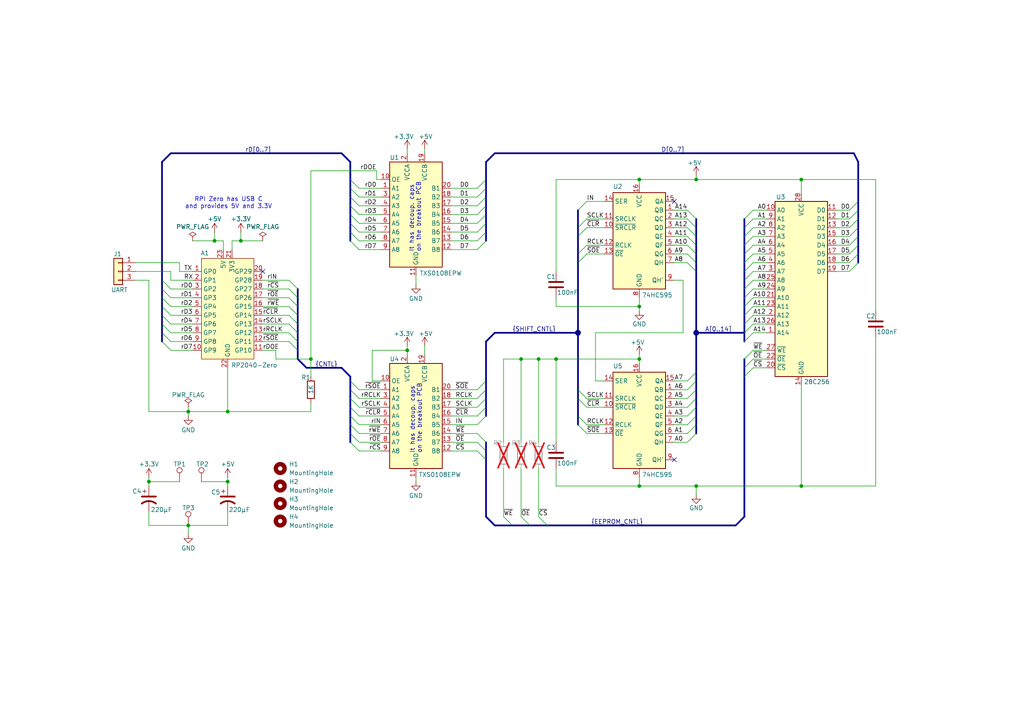
<source format=kicad_sch>
(kicad_sch (version 20231120) (generator "eeschema") (generator_version "8.0")
  (paper "A4")
  (title_block (title "AT28C256 USB Mass Storage") (date "2024-10-16") (rev "v4") (company "cabin.digital") (comment 2 "         creativecommons.org/licenses/by-sa/4.0") (comment 3 "License: CC BY-SA 4.0") (comment 4 "Author:  dweller@cabin.digtal"))
  (lib_symbols
    (symbol "74xx:74HC595"
      (property "Reference" "U" (at -7.62 13.97 0))
      (property "Value" "74HC595" (at -7.62 -16.51 0))
      (symbol "74HC595_1_0"
        (pin tri_state line (at 10.16 7.62 180) (length 2.54) (name "QB") (number "1"))
        (pin input line (at -10.16 2.54 0) (length 2.54) (name "~{SRCLR}") (number "10"))
        (pin input line (at -10.16 5.08 0) (length 2.54) (name "SRCLK") (number "11"))
        (pin input line (at -10.16 -2.54 0) (length 2.54) (name "RCLK") (number "12"))
        (pin input line (at -10.16 -5.08 0) (length 2.54) (name "~{OE}") (number "13"))
        (pin input line (at -10.16 10.16 0) (length 2.54) (name "SER") (number "14"))
        (pin tri_state line (at 10.16 10.16 180) (length 2.54) (name "QA") (number "15"))
        (pin power_in line (at 0 15.24 270) (length 2.54) (name "VCC") (number "16"))
        (pin tri_state line (at 10.16 5.08 180) (length 2.54) (name "QC") (number "2"))
        (pin tri_state line (at 10.16 2.54 180) (length 2.54) (name "QD") (number "3"))
        (pin tri_state line (at 10.16 0 180) (length 2.54) (name "QE") (number "4"))
        (pin tri_state line (at 10.16 -2.54 180) (length 2.54) (name "QF") (number "5"))
        (pin tri_state line (at 10.16 -5.08 180) (length 2.54) (name "QG") (number "6"))
        (pin tri_state line (at 10.16 -7.62 180) (length 2.54) (name "QH") (number "7"))
        (pin power_in line (at 0 -17.78 90) (length 2.54) (name "GND") (number "8"))
        (pin output line (at 10.16 -12.7 180) (length 2.54) (name "QH'") (number "9"))
      )
    )
    (symbol "Connector:TestPoint" (pin_numbers hide) (pin_names (offset 0.762) hide)
      (property "Reference" "TP" (at 0 6.858 0))
      (property "Value" "TestPoint" (at 0 5.08 0))
      (symbol "TestPoint_1_1"
        (pin passive line (at 0 0 90) (length 2.54) (name "1") (number "1"))
      )
    )
    (symbol "Connector_Generic:Conn_01x03" (pin_names (offset 1.016) hide)
      (property "Reference" "J" (at 0 5.08 0))
      (property "Value" "Conn_01x03" (at 0 -5.08 0))
      (symbol "Conn_01x03_1_1"
        (pin passive line (at -5.08 2.54 0) (length 3.81) (name "Pin_1") (number "1"))
        (pin passive line (at -5.08 0 0) (length 3.81) (name "Pin_2") (number "2"))
        (pin passive line (at -5.08 -2.54 0) (length 3.81) (name "Pin_3") (number "3"))
      )
    )
    (symbol "Device:C" (pin_numbers hide) (pin_names (offset 0.254))
      (property "Reference" "C" (at 0.635 2.54 0))
      (property "Value" "C" (at 0.635 -2.54 0))
      (symbol "C_1_1"
        (pin passive line (at 0 3.81 270) (length 2.794) (name "~") (number "1"))
        (pin passive line (at 0 -3.81 90) (length 2.794) (name "~") (number "2"))
      )
    )
    (symbol "Device:C_Polarized_US" (pin_numbers hide) (pin_names (offset 0.254) hide)
      (property "Reference" "C" (at 0.635 2.54 0))
      (property "Value" "C_Polarized_US" (at 0.635 -2.54 0))
      (symbol "C_Polarized_US_1_1"
        (pin passive line (at 0 3.81 270) (length 2.794) (name "~") (number "1"))
        (pin passive line (at 0 -3.81 90) (length 3.302) (name "~") (number "2"))
      )
    )
    (symbol "Device:R" (pin_numbers hide) (pin_names (offset 0))
      (property "Reference" "R" (at 2.032 0 90))
      (property "Value" "R" (at 0 0 90))
      (symbol "R_1_1"
        (pin passive line (at 0 3.81 270) (length 1.27) (name "~") (number "1"))
        (pin passive line (at 0 -3.81 90) (length 1.27) (name "~") (number "2"))
      )
    )
    (symbol "Logic_LevelTranslator:TXS0108EPW"
      (property "Reference" "U" (at -6.35 16.51 0))
      (property "Value" "TXS0108EPW" (at 3.81 16.51 0))
      (symbol "TXS0108EPW_1_1"
        (pin bidirectional line (at -10.16 7.62 0) (length 2.54) (name "A1") (number "1"))
        (pin input line (at -10.16 10.16 0) (length 2.54) (name "OE") (number "10"))
        (pin power_in line (at 0 -17.78 90) (length 2.54) (name "GND") (number "11"))
        (pin bidirectional line (at 10.16 -10.16 180) (length 2.54) (name "B8") (number "12"))
        (pin bidirectional line (at 10.16 -7.62 180) (length 2.54) (name "B7") (number "13"))
        (pin bidirectional line (at 10.16 -5.08 180) (length 2.54) (name "B6") (number "14"))
        (pin bidirectional line (at 10.16 -2.54 180) (length 2.54) (name "B5") (number "15"))
        (pin bidirectional line (at 10.16 0 180) (length 2.54) (name "B4") (number "16"))
        (pin bidirectional line (at 10.16 2.54 180) (length 2.54) (name "B3") (number "17"))
        (pin bidirectional line (at 10.16 5.08 180) (length 2.54) (name "B2") (number "18"))
        (pin power_in line (at 2.54 17.78 270) (length 2.54) (name "VCCB") (number "19"))
        (pin power_in line (at -2.54 17.78 270) (length 2.54) (name "VCCA") (number "2"))
        (pin bidirectional line (at 10.16 7.62 180) (length 2.54) (name "B1") (number "20"))
        (pin bidirectional line (at -10.16 5.08 0) (length 2.54) (name "A2") (number "3"))
        (pin bidirectional line (at -10.16 2.54 0) (length 2.54) (name "A3") (number "4"))
        (pin bidirectional line (at -10.16 0 0) (length 2.54) (name "A4") (number "5"))
        (pin bidirectional line (at -10.16 -2.54 0) (length 2.54) (name "A5") (number "6"))
        (pin bidirectional line (at -10.16 -5.08 0) (length 2.54) (name "A6") (number "7"))
        (pin bidirectional line (at -10.16 -7.62 0) (length 2.54) (name "A7") (number "8"))
        (pin bidirectional line (at -10.16 -10.16 0) (length 2.54) (name "A8") (number "9"))
      )
    )
    (symbol "Mechanical:MountingHole" (pin_names (offset 1.016)) (exclude_from_sim yes) (in_bom no)
      (property "Reference" "H" (at 0 5.08 0))
      (property "Value" "MountingHole" (at 0 3.175 0))
    )
    (symbol "Memory_EEPROM:28C256"
      (property "Reference" "U" (at -7.62 26.67 0))
      (property "Value" "28C256" (at 2.54 -26.67 0))
      (symbol "28C256_1_1"
        (pin input line (at -10.16 -12.7 0) (length 2.54) (name "A14") (number "1"))
        (pin input line (at -10.16 22.86 0) (length 2.54) (name "A0") (number "10"))
        (pin tri_state line (at 10.16 22.86 180) (length 2.54) (name "D0") (number "11"))
        (pin tri_state line (at 10.16 20.32 180) (length 2.54) (name "D1") (number "12"))
        (pin tri_state line (at 10.16 17.78 180) (length 2.54) (name "D2") (number "13"))
        (pin power_in line (at 0 -27.94 90) (length 2.54) (name "GND") (number "14"))
        (pin tri_state line (at 10.16 15.24 180) (length 2.54) (name "D3") (number "15"))
        (pin tri_state line (at 10.16 12.7 180) (length 2.54) (name "D4") (number "16"))
        (pin tri_state line (at 10.16 10.16 180) (length 2.54) (name "D5") (number "17"))
        (pin tri_state line (at 10.16 7.62 180) (length 2.54) (name "D6") (number "18"))
        (pin tri_state line (at 10.16 5.08 180) (length 2.54) (name "D7") (number "19"))
        (pin input line (at -10.16 -7.62 0) (length 2.54) (name "A12") (number "2"))
        (pin input line (at -10.16 -22.86 0) (length 2.54) (name "~{CS}") (number "20"))
        (pin input line (at -10.16 -2.54 0) (length 2.54) (name "A10") (number "21"))
        (pin input line (at -10.16 -20.32 0) (length 2.54) (name "~{OE}") (number "22"))
        (pin input line (at -10.16 -5.08 0) (length 2.54) (name "A11") (number "23"))
        (pin input line (at -10.16 0 0) (length 2.54) (name "A9") (number "24"))
        (pin input line (at -10.16 2.54 0) (length 2.54) (name "A8") (number "25"))
        (pin input line (at -10.16 -10.16 0) (length 2.54) (name "A13") (number "26"))
        (pin input line (at -10.16 -17.78 0) (length 2.54) (name "~{WE}") (number "27"))
        (pin power_in line (at 0 27.94 270) (length 2.54) (name "VCC") (number "28"))
        (pin input line (at -10.16 5.08 0) (length 2.54) (name "A7") (number "3"))
        (pin input line (at -10.16 7.62 0) (length 2.54) (name "A6") (number "4"))
        (pin input line (at -10.16 10.16 0) (length 2.54) (name "A5") (number "5"))
        (pin input line (at -10.16 12.7 0) (length 2.54) (name "A4") (number "6"))
        (pin input line (at -10.16 15.24 0) (length 2.54) (name "A3") (number "7"))
        (pin input line (at -10.16 17.78 0) (length 2.54) (name "A2") (number "8"))
        (pin input line (at -10.16 20.32 0) (length 2.54) (name "A1") (number "9"))
      )
    )
    (symbol "power:+3.3V" (power) (pin_numbers hide) (pin_names (offset 0) hide)
      (property "Value" "+3.3V" (at 0 3.556 0))
      (symbol "+3.3V_1_1"
        (pin power_in line (at 0 0 90) (length 0) (name "~") (number "1"))
      )
    )
    (symbol "power:+5V" (power) (pin_numbers hide) (pin_names (offset 0) hide)
      (property "Value" "+5V" (at 0 3.556 0))
      (symbol "+5V_1_1"
        (pin power_in line (at 0 0 90) (length 0) (name "~") (number "1"))
      )
    )
    (symbol "power:GND" (power) (pin_numbers hide) (pin_names (offset 0) hide)
      (property "Value" "GND" (at 0 -3.81 0))
      (symbol "GND_1_1"
        (pin power_in line (at 0 0 270) (length 0) (name "~") (number "1"))
      )
    )
    (symbol "power:PWR_FLAG" (power) (pin_numbers hide) (pin_names (offset 0) hide)
      (property "Value" "PWR_FLAG" (at 0 3.81 0))
      (symbol "PWR_FLAG_0_0"
        (pin power_out line (at 0 0 90) (length 0) (name "~") (number "1"))
      )
    )
    (symbol "solarboard_kbd:RP2040-Zero"
      (property "Reference" "A1" (at -7.874 15.494 0))
      (property "Value" "RP2040-Zero" (at 1.016 -17.018 0))
      (symbol "RP2040-Zero_1_1"
        (pin bidirectional line (at -10.16 10.16 0) (length 2.54) (name "GP0") (number "1"))
        (pin bidirectional line (at -10.16 -12.7 0) (length 2.54) (name "GP9") (number "10"))
        (pin bidirectional line (at 10.16 -12.7 180) (length 2.54) (name "GP10") (number "11"))
        (pin bidirectional line (at 10.16 -10.16 180) (length 2.54) (name "GP11") (number "12"))
        (pin bidirectional line (at 10.16 -7.62 180) (length 2.54) (name "GP12") (number "13"))
        (pin bidirectional line (at 10.16 -5.08 180) (length 2.54) (name "GP13") (number "14"))
        (pin bidirectional line (at 10.16 -2.54 180) (length 2.54) (name "GP14") (number "15"))
        (pin bidirectional line (at 10.16 0 180) (length 2.54) (name "GP15") (number "16"))
        (pin bidirectional line (at 10.16 2.54 180) (length 2.54) (name "GP26") (number "17"))
        (pin bidirectional line (at 10.16 5.08 180) (length 2.54) (name "GP27") (number "18"))
        (pin bidirectional line (at 10.16 7.62 180) (length 2.54) (name "GP28") (number "19"))
        (pin bidirectional line (at -10.16 7.62 0) (length 2.54) (name "GP1") (number "2"))
        (pin bidirectional line (at 10.16 10.16 180) (length 2.54) (name "GP29") (number "20"))
        (pin power_in line (at 1.27 16.51 270) (length 2.54) (name "3V3") (number "21"))
        (pin power_in line (at 0 -17.78 90) (length 2.54) (name "GND") (number "22"))
        (pin power_in line (at -1.27 16.51 270) (length 2.54) (name "5V") (number "23"))
        (pin bidirectional line (at -10.16 5.08 0) (length 2.54) (name "GP2") (number "3"))
        (pin bidirectional line (at -10.16 2.54 0) (length 2.54) (name "GP3") (number "4"))
        (pin bidirectional line (at -10.16 0 0) (length 2.54) (name "GP4") (number "5"))
        (pin bidirectional line (at -10.16 -2.54 0) (length 2.54) (name "GP5") (number "6"))
        (pin bidirectional line (at -10.16 -5.08 0) (length 2.54) (name "GP6") (number "7"))
        (pin bidirectional line (at -10.16 -7.62 0) (length 2.54) (name "GP7") (number "8"))
        (pin bidirectional line (at -10.16 -10.16 0) (length 2.54) (name "GP8") (number "9"))
      )
    )
  )
  (bus_alias "CNTL" (members "~{rCS}" "~{rOE}" "~{rWE}" "~{rCLR}" "rSCLK" "rRCLK" "~{rSOE}" "rIN"))
  (bus_alias "EEPROM_CNTL" (members "~{WE}" "~{OE}" "~{CS}"))
  (bus_alias "SHIFT_CNTL" (members "IN" "~{SOE}" "RCLK" "SCLK" "~{CLR}"))
  (junction (at 156.21 104.14))
  (junction (at 66.04 139.7))
  (junction (at 185.42 104.14))
  (junction (at 185.42 140.97))
  (junction (at 185.42 52.07))
  (junction (at 62.23 69.85))
  (junction (at 118.11 101.6))
  (junction (at 185.42 88.9))
  (junction (at 54.61 152.4))
  (junction (at 232.41 140.97))
  (junction (at 90.17 104.14))
  (junction (at 201.93 140.97))
  (junction (at 201.93 96.52) (diameter 1.5))
  (junction (at 151.13 104.14))
  (junction (at 201.93 52.07))
  (junction (at 43.18 139.7))
  (junction (at 69.85 69.85))
  (junction (at 232.41 52.07))
  (junction (at 66.04 119.38))
  (junction (at 161.29 104.14))
  (junction (at 54.61 119.38))
  (junction (at 167.64 96.52) (diameter 1.5))
  (no_connect (at 195.58 133.35))
  (no_connect (at 76.2 78.74))
  (no_connect (at 195.58 58.42))
  (bus_entry (at 215.9 63.5) (size 2.54 -2.54))
  (bus_entry (at 138.43 118.11) (size 2.54 -2.54))
  (bus_entry (at 140.97 130.81) (size -2.54 -2.54))
  (bus_entry (at 199.39 71.12) (size 2.54 2.54))
  (bus_entry (at 49.53 93.98) (size -2.54 -2.54))
  (bus_entry (at 170.18 123.19) (size -2.54 -2.54))
  (bus_entry (at 215.9 93.98) (size 2.54 -2.54))
  (bus_entry (at 199.39 63.5) (size 2.54 2.54))
  (bus_entry (at 104.14 130.81) (size -2.54 -2.54))
  (bus_entry (at 199.39 113.03) (size 2.54 -2.54))
  (bus_entry (at 170.18 125.73) (size -2.54 -2.54))
  (bus_entry (at 49.53 91.44) (size -2.54 -2.54))
  (bus_entry (at 246.38 68.58) (size 2.54 -2.54))
  (bus_entry (at 199.39 128.27) (size 2.54 -2.54))
  (bus_entry (at 138.43 115.57) (size 2.54 -2.54))
  (bus_entry (at 170.18 58.42) (size -2.54 2.54))
  (bus_entry (at 170.18 63.5) (size -2.54 2.54))
  (bus_entry (at 199.39 76.2) (size 2.54 2.54))
  (bus_entry (at 215.9 78.74) (size 2.54 -2.54))
  (bus_entry (at 140.97 133.35) (size -2.54 -2.54))
  (bus_entry (at 199.39 66.04) (size 2.54 2.54))
  (bus_entry (at 146.05 149.86) (size 2.54 2.54))
  (bus_entry (at 199.39 123.19) (size 2.54 -2.54))
  (bus_entry (at 215.9 66.04) (size 2.54 -2.54))
  (bus_entry (at 104.14 72.39) (size -2.54 -2.54))
  (bus_entry (at 49.53 99.06) (size -2.54 -2.54))
  (bus_entry (at 138.43 64.77) (size 2.54 -2.54))
  (bus_entry (at 215.9 96.52) (size 2.54 -2.54))
  (bus_entry (at 86.36 96.52) (size -2.54 -2.54))
  (bus_entry (at 86.36 83.82) (size -2.54 -2.54))
  (bus_entry (at 104.14 113.03) (size -2.54 -2.54))
  (bus_entry (at 49.53 86.36) (size -2.54 -2.54))
  (bus_entry (at 104.14 54.61) (size -2.54 -2.54))
  (bus_entry (at 151.13 149.86) (size 2.54 2.54))
  (bus_entry (at 104.14 120.65) (size -2.54 -2.54))
  (bus_entry (at 215.9 109.22) (size 2.54 -2.54))
  (bus_entry (at 104.14 125.73) (size -2.54 -2.54))
  (bus_entry (at 86.36 101.6) (size -2.54 -2.54))
  (bus_entry (at 140.97 128.27) (size -2.54 -2.54))
  (bus_entry (at 170.18 115.57) (size -2.54 -2.54))
  (bus_entry (at 86.36 91.44) (size -2.54 -2.54))
  (bus_entry (at 104.14 123.19) (size -2.54 -2.54))
  (bus_entry (at 215.9 91.44) (size 2.54 -2.54))
  (bus_entry (at 215.9 104.14) (size 2.54 -2.54))
  (bus_entry (at 215.9 81.28) (size 2.54 -2.54))
  (bus_entry (at 215.9 71.12) (size 2.54 -2.54))
  (bus_entry (at 246.38 73.66) (size 2.54 -2.54))
  (bus_entry (at 215.9 88.9) (size 2.54 -2.54))
  (bus_entry (at 104.14 115.57) (size -2.54 -2.54))
  (bus_entry (at 199.39 68.58) (size 2.54 2.54))
  (bus_entry (at 199.39 118.11) (size 2.54 -2.54))
  (bus_entry (at 49.53 88.9) (size -2.54 -2.54))
  (bus_entry (at 138.43 67.31) (size 2.54 -2.54))
  (bus_entry (at 246.38 71.12) (size 2.54 -2.54))
  (bus_entry (at 86.36 88.9) (size -2.54 -2.54))
  (bus_entry (at 49.53 101.6) (size -2.54 -2.54))
  (bus_entry (at 138.43 54.61) (size 2.54 -2.54))
  (bus_entry (at 156.21 149.86) (size 2.54 2.54))
  (bus_entry (at 246.38 63.5) (size 2.54 -2.54))
  (bus_entry (at 215.9 76.2) (size 2.54 -2.54))
  (bus_entry (at 138.43 57.15) (size 2.54 -2.54))
  (bus_entry (at 215.9 86.36) (size 2.54 -2.54))
  (bus_entry (at 138.43 120.65) (size 2.54 -2.54))
  (bus_entry (at 104.14 59.69) (size -2.54 -2.54))
  (bus_entry (at 170.18 71.12) (size -2.54 2.54))
  (bus_entry (at 104.14 57.15) (size -2.54 -2.54))
  (bus_entry (at 199.39 125.73) (size 2.54 -2.54))
  (bus_entry (at 170.18 73.66) (size -2.54 2.54))
  (bus_entry (at 170.18 118.11) (size -2.54 -2.54))
  (bus_entry (at 199.39 60.96) (size 2.54 2.54))
  (bus_entry (at 215.9 73.66) (size 2.54 -2.54))
  (bus_entry (at 104.14 64.77) (size -2.54 -2.54))
  (bus_entry (at 246.38 76.2) (size 2.54 -2.54))
  (bus_entry (at 215.9 106.68) (size 2.54 -2.54))
  (bus_entry (at 215.9 83.82) (size 2.54 -2.54))
  (bus_entry (at 215.9 99.06) (size 2.54 -2.54))
  (bus_entry (at 104.14 118.11) (size -2.54 -2.54))
  (bus_entry (at 104.14 69.85) (size -2.54 -2.54))
  (bus_entry (at 246.38 66.04) (size 2.54 -2.54))
  (bus_entry (at 86.36 99.06) (size -2.54 -2.54))
  (bus_entry (at 138.43 72.39) (size 2.54 -2.54))
  (bus_entry (at 246.38 78.74) (size 2.54 -2.54))
  (bus_entry (at 138.43 59.69) (size 2.54 -2.54))
  (bus_entry (at 104.14 128.27) (size -2.54 -2.54))
  (bus_entry (at 215.9 68.58) (size 2.54 -2.54))
  (bus_entry (at 138.43 113.03) (size 2.54 -2.54))
  (bus_entry (at 138.43 123.19) (size 2.54 -2.54))
  (bus_entry (at 199.39 110.49) (size 2.54 -2.54))
  (bus_entry (at 138.43 62.23) (size 2.54 -2.54))
  (bus_entry (at 86.36 93.98) (size -2.54 -2.54))
  (bus_entry (at 49.53 96.52) (size -2.54 -2.54))
  (bus_entry (at 199.39 73.66) (size 2.54 2.54))
  (bus_entry (at 138.43 69.85) (size 2.54 -2.54))
  (bus_entry (at 199.39 115.57) (size 2.54 -2.54))
  (bus_entry (at 104.14 67.31) (size -2.54 -2.54))
  (bus_entry (at 170.18 66.04) (size -2.54 2.54))
  (bus_entry (at 86.36 86.36) (size -2.54 -2.54))
  (bus_entry (at 49.53 83.82) (size -2.54 -2.54))
  (bus_entry (at 199.39 120.65) (size 2.54 -2.54))
  (bus_entry (at 246.38 60.96) (size 2.54 -2.54))
  (bus_entry (at 104.14 62.23) (size -2.54 -2.54))
  (wire (pts (xy 43.18 139.7) (xy 43.18 140.97)))
  (wire (pts (xy 76.2 81.28) (xy 83.82 81.28)))
  (bus (pts (xy 86.36 91.44) (xy 86.36 93.98)) (stroke (width 0.5)))
  (wire (pts (xy 161.29 52.07) (xy 161.29 78.74)))
  (wire (pts (xy 185.42 90.17) (xy 185.42 88.9)))
  (wire (pts (xy 199.39 66.04) (xy 195.58 66.04)))
  (bus (pts (xy 140.97 67.31) (xy 140.97 69.85)) (stroke (width 0.5)))
  (bus (pts (xy 248.92 60.96) (xy 248.92 63.5)) (stroke (width 0.5)))
  (bus (pts (xy 101.6 46.99) (xy 101.6 52.07)) (stroke (width 0.5)))
  (wire (pts (xy 110.49 69.85) (xy 104.14 69.85)))
  (bus (pts (xy 248.92 73.66) (xy 248.92 76.2)) (stroke (width 0.5)))
  (bus (pts (xy 248.92 66.04) (xy 248.92 68.58)) (stroke (width 0.5)))
  (wire (pts (xy 218.44 63.5) (xy 222.25 63.5)))
  (wire (pts (xy 185.42 140.97) (xy 185.42 138.43)))
  (wire (pts (xy 185.42 52.07) (xy 161.29 52.07)))
  (wire (pts (xy 130.81 62.23) (xy 138.43 62.23)))
  (wire (pts (xy 199.39 68.58) (xy 195.58 68.58)))
  (wire (pts (xy 76.2 96.52) (xy 83.82 96.52)))
  (bus (pts (xy 86.36 83.82) (xy 86.36 86.36)) (stroke (width 0.5)))
  (wire (pts (xy 218.44 81.28) (xy 222.25 81.28)))
  (wire (pts (xy 104.14 115.57) (xy 110.49 115.57)))
  (bus (pts (xy 140.97 113.03) (xy 140.97 115.57)) (stroke (width 0.5)))
  (wire (pts (xy 198.12 96.52) (xy 172.72 96.52)))
  (bus (pts (xy 101.6 109.22) (xy 101.6 110.49)) (stroke (width 0.5)))
  (wire (pts (xy 54.61 152.4) (xy 66.04 152.4)))
  (wire (pts (xy 104.14 130.81) (xy 110.49 130.81)))
  (wire (pts (xy 218.44 66.04) (xy 222.25 66.04)))
  (bus (pts (xy 101.6 123.19) (xy 101.6 125.73)) (stroke (width 0.5)))
  (wire (pts (xy 49.53 83.82) (xy 55.88 83.82)))
  (wire (pts (xy 118.11 101.6) (xy 118.11 102.87)))
  (wire (pts (xy 120.65 80.01) (xy 120.65 82.55)))
  (wire (pts (xy 76.2 93.98) (xy 83.82 93.98)))
  (bus (pts (xy 49.53 44.45) (xy 99.06 44.45)) (stroke (width 0.5)))
  (wire (pts (xy 185.42 104.14) (xy 161.29 104.14)))
  (wire (pts (xy 52.07 78.74) (xy 55.88 78.74)))
  (bus (pts (xy 99.06 44.45) (xy 101.6 46.99)) (stroke (width 0.5)))
  (wire (pts (xy 130.81 125.73) (xy 138.43 125.73)))
  (bus (pts (xy 148.59 152.4) (xy 153.67 152.4)) (stroke (width 0.5)))
  (wire (pts (xy 49.53 96.52) (xy 55.88 96.52)))
  (wire (pts (xy 90.17 49.53) (xy 90.17 104.14)))
  (bus (pts (xy 46.99 91.44) (xy 46.99 93.98)) (stroke (width 0.5)))
  (bus (pts (xy 143.51 44.45) (xy 247.65 44.45)) (stroke (width 0.5)))
  (wire (pts (xy 76.2 91.44) (xy 83.82 91.44)))
  (bus (pts (xy 101.6 113.03) (xy 101.6 115.57)) (stroke (width 0.5)))
  (bus (pts (xy 140.97 99.06) (xy 140.97 110.49)) (stroke (width 0.5)))
  (wire (pts (xy 218.44 93.98) (xy 222.25 93.98)))
  (wire (pts (xy 110.49 57.15) (xy 104.14 57.15)))
  (wire (pts (xy 110.49 59.69) (xy 104.14 59.69)))
  (bus (pts (xy 201.93 71.12) (xy 201.93 73.66)) (stroke (width 0.5)))
  (bus (pts (xy 201.93 76.2) (xy 201.93 78.74)) (stroke (width 0.5)))
  (bus (pts (xy 215.9 78.74) (xy 215.9 76.2)) (stroke (width 0.5)))
  (wire (pts (xy 201.93 143.51) (xy 201.93 140.97)))
  (bus (pts (xy 167.64 123.19) (xy 167.64 120.65)) (stroke (width 0.5)))
  (wire (pts (xy 170.18 118.11) (xy 175.26 118.11)))
  (wire (pts (xy 161.29 104.14) (xy 161.29 128.27)))
  (wire (pts (xy 130.81 54.61) (xy 138.43 54.61)))
  (wire (pts (xy 201.93 140.97) (xy 232.41 140.97)))
  (wire (pts (xy 104.14 125.73) (xy 110.49 125.73)))
  (wire (pts (xy 49.53 101.6) (xy 55.88 101.6)))
  (wire (pts (xy 43.18 139.7) (xy 52.07 139.7)))
  (wire (pts (xy 49.53 93.98) (xy 55.88 93.98)))
  (wire (pts (xy 110.49 54.61) (xy 104.14 54.61)))
  (bus (pts (xy 86.36 101.6) (xy 86.36 104.14)) (stroke (width 0.5)))
  (wire (pts (xy 130.81 64.77) (xy 138.43 64.77)))
  (wire (pts (xy 69.85 69.85) (xy 76.2 69.85)))
  (bus (pts (xy 86.36 104.14) (xy 88.9 106.68)) (stroke (width 0.5)))
  (wire (pts (xy 170.18 71.12) (xy 175.26 71.12)))
  (wire (pts (xy 218.44 76.2) (xy 222.25 76.2)))
  (wire (pts (xy 90.17 104.14) (xy 90.17 109.22)))
  (wire (pts (xy 39.37 78.74) (xy 49.53 78.74)))
  (bus (pts (xy 215.9 93.98) (xy 215.9 96.52)) (stroke (width 0.5)))
  (wire (pts (xy 185.42 52.07) (xy 185.42 53.34)))
  (bus (pts (xy 247.65 44.45) (xy 248.92 46.99)) (stroke (width 0.5)))
  (wire (pts (xy 218.44 78.74) (xy 222.25 78.74)))
  (wire (pts (xy 104.14 120.65) (xy 110.49 120.65)))
  (wire (pts (xy 130.81 57.15) (xy 138.43 57.15)))
  (wire (pts (xy 161.29 88.9) (xy 185.42 88.9)))
  (bus (pts (xy 167.64 76.2) (xy 167.64 96.52)) (stroke (width 0.5)))
  (bus (pts (xy 201.93 68.58) (xy 201.93 71.12)) (stroke (width 0.5)))
  (wire (pts (xy 130.81 115.57) (xy 138.43 115.57)))
  (bus (pts (xy 140.97 46.99) (xy 140.97 52.07)) (stroke (width 0.5)))
  (wire (pts (xy 110.49 110.49) (xy 107.95 110.49)))
  (wire (pts (xy 242.57 78.74) (xy 246.38 78.74)))
  (wire (pts (xy 218.44 96.52) (xy 222.25 96.52)))
  (bus (pts (xy 215.9 66.04) (xy 215.9 63.5)) (stroke (width 0.5)))
  (wire (pts (xy 43.18 152.4) (xy 54.61 152.4)))
  (wire (pts (xy 161.29 86.36) (xy 161.29 88.9)))
  (wire (pts (xy 170.18 115.57) (xy 175.26 115.57)))
  (bus (pts (xy 101.6 52.07) (xy 101.6 54.61)) (stroke (width 0.5)))
  (wire (pts (xy 198.12 81.28) (xy 198.12 96.52)))
  (bus (pts (xy 101.6 59.69) (xy 101.6 62.23)) (stroke (width 0.5)))
  (wire (pts (xy 199.39 110.49) (xy 195.58 110.49)))
  (bus (pts (xy 153.67 152.4) (xy 158.75 152.4)) (stroke (width 0.5)))
  (wire (pts (xy 199.39 115.57) (xy 195.58 115.57)))
  (wire (pts (xy 185.42 140.97) (xy 201.93 140.97)))
  (wire (pts (xy 67.31 69.85) (xy 69.85 69.85)))
  (bus (pts (xy 201.93 73.66) (xy 201.93 76.2)) (stroke (width 0.5)))
  (wire (pts (xy 130.81 67.31) (xy 138.43 67.31)))
  (wire (pts (xy 242.57 73.66) (xy 246.38 73.66)))
  (bus (pts (xy 46.99 83.82) (xy 46.99 86.36)) (stroke (width 0.5)))
  (wire (pts (xy 156.21 104.14) (xy 161.29 104.14)))
  (wire (pts (xy 43.18 119.38) (xy 54.61 119.38)))
  (bus (pts (xy 140.97 52.07) (xy 140.97 54.61)) (stroke (width 0.5)))
  (bus (pts (xy 201.93 96.52) (xy 201.93 107.95)) (stroke (width 0.5)))
  (wire (pts (xy 170.18 123.19) (xy 175.26 123.19)))
  (bus (pts (xy 101.6 57.15) (xy 101.6 59.69)) (stroke (width 0.5)))
  (wire (pts (xy 107.95 101.6) (xy 118.11 101.6)))
  (wire (pts (xy 49.53 86.36) (xy 55.88 86.36)))
  (wire (pts (xy 110.49 72.39) (xy 104.14 72.39)))
  (wire (pts (xy 151.13 135.89) (xy 151.13 149.86)))
  (bus (pts (xy 215.9 68.58) (xy 215.9 66.04)) (stroke (width 0.5)))
  (bus (pts (xy 215.9 104.14) (xy 215.9 106.68)) (stroke (width 0.5)))
  (wire (pts (xy 110.49 62.23) (xy 104.14 62.23)))
  (bus (pts (xy 158.75 152.4) (xy 213.36 152.4)) (stroke (width 0.5)))
  (bus (pts (xy 248.92 63.5) (xy 248.92 66.04)) (stroke (width 0.5)))
  (wire (pts (xy 199.39 71.12) (xy 195.58 71.12)))
  (bus (pts (xy 215.9 91.44) (xy 215.9 88.9)) (stroke (width 0.5)))
  (wire (pts (xy 66.04 139.7) (xy 66.04 140.97)))
  (wire (pts (xy 90.17 119.38) (xy 66.04 119.38)))
  (wire (pts (xy 151.13 128.27) (xy 151.13 104.14)))
  (wire (pts (xy 62.23 69.85) (xy 64.77 69.85)))
  (bus (pts (xy 101.6 120.65) (xy 101.6 123.19)) (stroke (width 0.5)))
  (wire (pts (xy 43.18 148.59) (xy 43.18 152.4)))
  (bus (pts (xy 215.9 86.36) (xy 215.9 83.82)) (stroke (width 0.5)))
  (wire (pts (xy 218.44 86.36) (xy 222.25 86.36)))
  (bus (pts (xy 86.36 96.52) (xy 86.36 99.06)) (stroke (width 0.5)))
  (bus (pts (xy 86.36 99.06) (xy 86.36 101.6)) (stroke (width 0.5)))
  (wire (pts (xy 146.05 135.89) (xy 146.05 149.86)))
  (bus (pts (xy 201.93 120.65) (xy 201.93 123.19)) (stroke (width 0.5)))
  (wire (pts (xy 232.41 140.97) (xy 232.41 111.76)))
  (bus (pts (xy 140.97 133.35) (xy 140.97 149.86)) (stroke (width 0.5)))
  (wire (pts (xy 199.39 76.2) (xy 195.58 76.2)))
  (wire (pts (xy 218.44 101.6) (xy 222.25 101.6)))
  (bus (pts (xy 140.97 99.06) (xy 143.51 96.52)) (stroke (width 0.5)))
  (bus (pts (xy 215.9 93.98) (xy 215.9 91.44)) (stroke (width 0.5)))
  (wire (pts (xy 161.29 140.97) (xy 185.42 140.97)))
  (bus (pts (xy 101.6 118.11) (xy 101.6 120.65)) (stroke (width 0.5)))
  (wire (pts (xy 130.81 72.39) (xy 138.43 72.39)))
  (wire (pts (xy 49.53 78.74) (xy 49.53 81.28)))
  (bus (pts (xy 143.51 96.52) (xy 167.64 96.52)) (stroke (width 0.5)))
  (wire (pts (xy 199.39 120.65) (xy 195.58 120.65)))
  (bus (pts (xy 101.6 110.49) (xy 101.6 113.03)) (stroke (width 0.5)))
  (bus (pts (xy 140.97 130.81) (xy 140.97 133.35)) (stroke (width 0.5)))
  (bus (pts (xy 46.99 93.98) (xy 46.99 96.52)) (stroke (width 0.5)))
  (wire (pts (xy 146.05 104.14) (xy 151.13 104.14)))
  (wire (pts (xy 80.01 104.14) (xy 90.17 104.14)))
  (wire (pts (xy 90.17 49.53) (xy 109.22 49.53)))
  (wire (pts (xy 130.81 120.65) (xy 138.43 120.65)))
  (wire (pts (xy 104.14 123.19) (xy 110.49 123.19)))
  (bus (pts (xy 88.9 106.68) (xy 99.06 106.68)) (stroke (width 0.5)))
  (bus (pts (xy 167.64 60.96) (xy 167.64 66.04)) (stroke (width 0.5)))
  (wire (pts (xy 218.44 73.66) (xy 222.25 73.66)))
  (bus (pts (xy 201.93 110.49) (xy 201.93 113.03)) (stroke (width 0.5)))
  (bus (pts (xy 167.64 115.57) (xy 167.64 120.65)) (stroke (width 0.5)))
  (bus (pts (xy 143.51 152.4) (xy 148.59 152.4)) (stroke (width 0.5)))
  (wire (pts (xy 54.61 118.11) (xy 54.61 119.38)))
  (wire (pts (xy 172.72 96.52) (xy 172.72 110.49)))
  (wire (pts (xy 254 97.79) (xy 254 140.97)))
  (wire (pts (xy 218.44 83.82) (xy 222.25 83.82)))
  (bus (pts (xy 140.97 128.27) (xy 140.97 130.81)) (stroke (width 0.5)))
  (bus (pts (xy 46.99 46.99) (xy 46.99 81.28)) (stroke (width 0.5)))
  (wire (pts (xy 130.81 128.27) (xy 138.43 128.27)))
  (wire (pts (xy 49.53 91.44) (xy 55.88 91.44)))
  (wire (pts (xy 104.14 118.11) (xy 110.49 118.11)))
  (wire (pts (xy 54.61 119.38) (xy 66.04 119.38)))
  (wire (pts (xy 195.58 81.28) (xy 198.12 81.28)))
  (wire (pts (xy 67.31 72.39) (xy 67.31 69.85)))
  (wire (pts (xy 199.39 60.96) (xy 195.58 60.96)))
  (wire (pts (xy 64.77 69.85) (xy 64.77 72.39)))
  (wire (pts (xy 170.18 66.04) (xy 175.26 66.04)))
  (wire (pts (xy 199.39 113.03) (xy 195.58 113.03)))
  (bus (pts (xy 215.9 71.12) (xy 215.9 68.58)) (stroke (width 0.5)))
  (wire (pts (xy 58.42 139.7) (xy 66.04 139.7)))
  (bus (pts (xy 201.93 113.03) (xy 201.93 115.57)) (stroke (width 0.5)))
  (wire (pts (xy 69.85 69.85) (xy 69.85 67.31)))
  (wire (pts (xy 201.93 52.07) (xy 232.41 52.07)))
  (wire (pts (xy 90.17 116.84) (xy 90.17 119.38)))
  (bus (pts (xy 215.9 109.22) (xy 215.9 149.86)) (stroke (width 0.5)))
  (bus (pts (xy 140.97 57.15) (xy 140.97 59.69)) (stroke (width 0.5)))
  (wire (pts (xy 130.81 69.85) (xy 138.43 69.85)))
  (wire (pts (xy 242.57 60.96) (xy 246.38 60.96)))
  (wire (pts (xy 66.04 119.38) (xy 66.04 106.68)))
  (wire (pts (xy 120.65 139.7) (xy 120.65 138.43)))
  (wire (pts (xy 156.21 135.89) (xy 156.21 149.86)))
  (wire (pts (xy 66.04 138.43) (xy 66.04 139.7)))
  (bus (pts (xy 201.93 66.04) (xy 201.93 68.58)) (stroke (width 0.5)))
  (bus (pts (xy 215.9 73.66) (xy 215.9 71.12)) (stroke (width 0.5)))
  (wire (pts (xy 43.18 138.43) (xy 43.18 139.7)))
  (wire (pts (xy 62.23 67.31) (xy 62.23 69.85)))
  (wire (pts (xy 76.2 83.82) (xy 83.82 83.82)))
  (wire (pts (xy 104.14 128.27) (xy 110.49 128.27)))
  (bus (pts (xy 201.93 107.95) (xy 201.93 110.49)) (stroke (width 0.5)))
  (wire (pts (xy 199.39 123.19) (xy 195.58 123.19)))
  (wire (pts (xy 118.11 43.18) (xy 118.11 44.45)))
  (bus (pts (xy 201.93 63.5) (xy 201.93 66.04)) (stroke (width 0.5)))
  (bus (pts (xy 101.6 62.23) (xy 101.6 64.77)) (stroke (width 0.5)))
  (bus (pts (xy 215.9 81.28) (xy 215.9 78.74)) (stroke (width 0.5)))
  (wire (pts (xy 242.57 66.04) (xy 246.38 66.04)))
  (wire (pts (xy 218.44 60.96) (xy 222.25 60.96)))
  (wire (pts (xy 199.39 63.5) (xy 195.58 63.5)))
  (wire (pts (xy 109.22 52.07) (xy 110.49 52.07)))
  (wire (pts (xy 218.44 104.14) (xy 222.25 104.14)))
  (wire (pts (xy 43.18 81.28) (xy 43.18 119.38)))
  (bus (pts (xy 215.9 86.36) (xy 215.9 88.9)) (stroke (width 0.5)))
  (bus (pts (xy 86.36 93.98) (xy 86.36 96.52)) (stroke (width 0.5)))
  (wire (pts (xy 66.04 148.59) (xy 66.04 152.4)))
  (bus (pts (xy 201.93 78.74) (xy 201.93 96.52)) (stroke (width 0.5)))
  (bus (pts (xy 46.99 96.52) (xy 46.99 99.06)) (stroke (width 0.5)))
  (wire (pts (xy 107.95 110.49) (xy 107.95 101.6)))
  (wire (pts (xy 199.39 125.73) (xy 195.58 125.73)))
  (wire (pts (xy 104.14 67.31) (xy 110.49 67.31)))
  (wire (pts (xy 80.01 101.6) (xy 80.01 104.14)))
  (bus (pts (xy 215.9 149.86) (xy 213.36 152.4)) (stroke (width 0.5)))
  (wire (pts (xy 199.39 118.11) (xy 195.58 118.11)))
  (wire (pts (xy 43.18 81.28) (xy 39.37 81.28)))
  (bus (pts (xy 140.97 64.77) (xy 140.97 67.31)) (stroke (width 0.5)))
  (bus (pts (xy 140.97 118.11) (xy 140.97 120.65)) (stroke (width 0.5)))
  (wire (pts (xy 242.57 68.58) (xy 246.38 68.58)))
  (wire (pts (xy 218.44 88.9) (xy 222.25 88.9)))
  (bus (pts (xy 215.9 96.52) (xy 215.9 99.06)) (stroke (width 0.5)))
  (bus (pts (xy 140.97 115.57) (xy 140.97 118.11)) (stroke (width 0.5)))
  (bus (pts (xy 215.9 83.82) (xy 215.9 81.28)) (stroke (width 0.5)))
  (bus (pts (xy 101.6 54.61) (xy 101.6 57.15)) (stroke (width 0.5)))
  (wire (pts (xy 170.18 125.73) (xy 175.26 125.73)))
  (wire (pts (xy 130.81 118.11) (xy 138.43 118.11)))
  (bus (pts (xy 248.92 46.99) (xy 248.92 58.42)) (stroke (width 0.5)))
  (wire (pts (xy 185.42 102.87) (xy 185.42 104.14)))
  (wire (pts (xy 170.18 73.66) (xy 175.26 73.66)))
  (bus (pts (xy 86.36 88.9) (xy 86.36 91.44)) (stroke (width 0.5)))
  (bus (pts (xy 215.9 76.2) (xy 215.9 73.66)) (stroke (width 0.5)))
  (bus (pts (xy 167.64 73.66) (xy 167.64 76.2)) (stroke (width 0.5)))
  (wire (pts (xy 185.42 104.14) (xy 185.42 105.41)))
  (bus (pts (xy 46.99 81.28) (xy 46.99 83.82)) (stroke (width 0.5)))
  (wire (pts (xy 156.21 104.14) (xy 156.21 128.27)))
  (wire (pts (xy 55.88 69.85) (xy 62.23 69.85)))
  (wire (pts (xy 49.53 88.9) (xy 55.88 88.9)))
  (wire (pts (xy 232.41 52.07) (xy 232.41 55.88)))
  (wire (pts (xy 170.18 58.42) (xy 175.26 58.42)))
  (bus (pts (xy 101.6 64.77) (xy 101.6 67.31)) (stroke (width 0.5)))
  (bus (pts (xy 248.92 71.12) (xy 248.92 73.66)) (stroke (width 0.5)))
  (bus (pts (xy 248.92 68.58) (xy 248.92 71.12)) (stroke (width 0.5)))
  (wire (pts (xy 130.81 59.69) (xy 138.43 59.69)))
  (wire (pts (xy 185.42 52.07) (xy 201.93 52.07)))
  (wire (pts (xy 123.19 100.33) (xy 123.19 102.87)))
  (bus (pts (xy 201.93 118.11) (xy 201.93 120.65)) (stroke (width 0.5)))
  (bus (pts (xy 46.99 86.36) (xy 46.99 88.9)) (stroke (width 0.5)))
  (bus (pts (xy 215.9 106.68) (xy 215.9 109.22)) (stroke (width 0.5)))
  (wire (pts (xy 242.57 76.2) (xy 246.38 76.2)))
  (wire (pts (xy 130.81 123.19) (xy 138.43 123.19)))
  (bus (pts (xy 143.51 44.45) (xy 140.97 46.99)) (stroke (width 0.5)))
  (wire (pts (xy 76.2 99.06) (xy 83.82 99.06)))
  (wire (pts (xy 242.57 63.5) (xy 246.38 63.5)))
  (wire (pts (xy 130.81 130.81) (xy 138.43 130.81)))
  (bus (pts (xy 101.6 67.31) (xy 101.6 69.85)) (stroke (width 0.5)))
  (wire (pts (xy 49.53 99.06) (xy 55.88 99.06)))
  (wire (pts (xy 218.44 106.68) (xy 222.25 106.68)))
  (wire (pts (xy 218.44 71.12) (xy 222.25 71.12)))
  (wire (pts (xy 52.07 76.2) (xy 52.07 78.74)))
  (wire (pts (xy 161.29 135.89) (xy 161.29 140.97)))
  (bus (pts (xy 86.36 86.36) (xy 86.36 88.9)) (stroke (width 0.5)))
  (bus (pts (xy 140.97 59.69) (xy 140.97 62.23)) (stroke (width 0.5)))
  (wire (pts (xy 104.14 113.03) (xy 110.49 113.03)))
  (wire (pts (xy 201.93 50.8) (xy 201.93 52.07)))
  (bus (pts (xy 248.92 58.42) (xy 248.92 60.96)) (stroke (width 0.5)))
  (wire (pts (xy 199.39 128.27) (xy 195.58 128.27)))
  (bus (pts (xy 140.97 149.86) (xy 143.51 152.4)) (stroke (width 0.5)))
  (bus (pts (xy 140.97 62.23) (xy 140.97 64.77)) (stroke (width 0.5)))
  (wire (pts (xy 76.2 88.9) (xy 83.82 88.9)))
  (bus (pts (xy 167.64 66.04) (xy 167.64 68.58)) (stroke (width 0.5)))
  (wire (pts (xy 118.11 100.33) (xy 118.11 101.6)))
  (wire (pts (xy 54.61 152.4) (xy 54.61 154.94)))
  (wire (pts (xy 49.53 81.28) (xy 55.88 81.28)))
  (bus (pts (xy 140.97 54.61) (xy 140.97 57.15)) (stroke (width 0.5)))
  (bus (pts (xy 99.06 106.68) (xy 101.6 109.22)) (stroke (width 0.5)))
  (wire (pts (xy 76.2 86.36) (xy 83.82 86.36)))
  (wire (pts (xy 254 140.97) (xy 232.41 140.97)))
  (wire (pts (xy 54.61 120.65) (xy 54.61 119.38)))
  (bus (pts (xy 101.6 125.73) (xy 101.6 128.27)) (stroke (width 0.5)))
  (bus (pts (xy 167.64 96.52) (xy 167.64 113.03)) (stroke (width 0.5)))
  (wire (pts (xy 123.19 43.18) (xy 123.19 44.45)))
  (bus (pts (xy 201.93 115.57) (xy 201.93 118.11)) (stroke (width 0.5)))
  (wire (pts (xy 146.05 104.14) (xy 146.05 128.27)))
  (bus (pts (xy 201.93 123.19) (xy 201.93 125.73)) (stroke (width 0.5)))
  (wire (pts (xy 170.18 63.5) (xy 175.26 63.5)))
  (wire (pts (xy 39.37 76.2) (xy 52.07 76.2)))
  (wire (pts (xy 185.42 88.9) (xy 185.42 86.36)))
  (bus (pts (xy 167.64 115.57) (xy 167.64 113.03)) (stroke (width 0.5)))
  (bus (pts (xy 167.64 68.58) (xy 167.64 73.66)) (stroke (width 0.5)))
  (bus (pts (xy 140.97 110.49) (xy 140.97 113.03)) (stroke (width 0.5)))
  (bus (pts (xy 101.6 115.57) (xy 101.6 118.11)) (stroke (width 0.5)))
  (bus (pts (xy 46.99 88.9) (xy 46.99 91.44)) (stroke (width 0.5)))
  (wire (pts (xy 151.13 104.14) (xy 156.21 104.14)))
  (wire (pts (xy 76.2 101.6) (xy 80.01 101.6)))
  (wire (pts (xy 232.41 52.07) (xy 254 52.07)))
  (wire (pts (xy 218.44 68.58) (xy 222.25 68.58)))
  (wire (pts (xy 110.49 64.77) (xy 104.14 64.77)))
  (bus (pts (xy 201.93 96.52) (xy 215.9 96.52)) (stroke (width 0.5)))
  (wire (pts (xy 242.57 71.12) (xy 246.38 71.12)))
  (bus (pts (xy 49.53 44.45) (xy 46.99 46.99)) (stroke (width 0.5)))
  (wire (pts (xy 254 52.07) (xy 254 90.17)))
  (wire (pts (xy 109.22 49.53) (xy 109.22 52.07)))
  (wire (pts (xy 172.72 110.49) (xy 175.26 110.49)))
  (wire (pts (xy 218.44 91.44) (xy 222.25 91.44)))
  (wire (pts (xy 130.81 113.03) (xy 138.43 113.03)))
  (wire (pts (xy 199.39 73.66) (xy 195.58 73.66)))
  (text "RPI Zero has USB C\nand provides 5V and 3.3V" (at 66.294 58.928 0) (effects (font (size 1.27 1.27))))
  (text "It has decoup. caps\non the breakout PCB" (at 122.428 131.572 90) (effects (font (size 1.27 1.27)) (justify left bottom)))
  (text "It has decoup. caps\non the breakout PCB" (at 122.174 73.152 90) (effects (font (size 1.27 1.27)) (justify left bottom)))
  (label "~{rWE}" (at 110.49 125.73 180))
  (label "D3" (at 243.84 68.58 0))
  (label "D6" (at 243.84 76.2 0))
  (label "~{rSOE}" (at 76.2 99.06 0))
  (label "rD7" (at 55.88 101.6 180))
  (label "D3" (at 133.35 62.23 0))
  (label "RX" (at 53.34 81.28 0))
  (label "A14" (at 218.44 96.52 0))
  (label "D7" (at 243.84 78.74 0))
  (label "~{CLR}" (at 170.18 118.11 0))
  (label "~{SOE}" (at 170.18 73.66 0))
  (label "rD7" (at 109.22 72.39 180))
  (label "D2" (at 133.35 59.69 0))
  (label "A3" (at 198.12 120.65 180))
  (label "rD5" (at 109.22 67.31 180))
  (label "~{WE}" (at 218.44 101.6 0))
  (label "A4" (at 219.71 71.12 0))
  (label "rD[0..7]" (at 71.12 44.45 0))
  (label "A12" (at 199.39 66.04 180))
  (label "{CNTL}" (at 91.44 106.68 0))
  (label "A[0..14]" (at 204.47 96.52 0))
  (label "A0" (at 198.12 128.27 180))
  (label "A5" (at 198.12 115.57 180))
  (label "rD5" (at 55.88 96.52 180))
  (label "A1" (at 198.12 125.73 180))
  (label "rD0" (at 109.22 54.61 180))
  (label "rD4" (at 55.88 93.98 180))
  (label "A12" (at 218.44 91.44 0))
  (label "~{CLR}" (at 132.08 120.65 0))
  (label "A7" (at 198.12 110.49 180))
  (label "rD1" (at 109.22 57.15 180))
  (label "A2" (at 198.12 123.19 180))
  (label "D0" (at 243.84 60.96 0))
  (label "D4" (at 133.35 64.77 0))
  (label "~{SOE}" (at 132.08 113.03 0))
  (label "rDOE" (at 76.2 101.6 0))
  (label "rRCLK" (at 110.49 115.57 180))
  (label "A9" (at 219.71 83.82 0))
  (label "TX" (at 53.34 78.74 0))
  (label "D4" (at 243.84 71.12 0))
  (label "rD2" (at 55.88 88.9 180))
  (label "D7" (at 133.35 72.39 0))
  (label "IN" (at 132.08 123.19 0))
  (label "rDOE" (at 109.22 49.53 180))
  (label "A8" (at 198.12 76.2 180))
  (label "SCLK" (at 170.18 115.57 0))
  (label "rRCLK" (at 76.2 96.52 0))
  (label "rSCLK" (at 76.2 93.98 0))
  (label "RCLK" (at 170.18 71.12 0))
  (label "~{rCLR}" (at 76.2 91.44 0))
  (label "A14" (at 199.39 60.96 180))
  (label "D0" (at 133.35 54.61 0))
  (label "~{rCLR}" (at 110.49 120.65 180))
  (label "D5" (at 243.84 73.66 0))
  (label "A1" (at 219.71 63.5 0))
  (label "~{rCS}" (at 77.47 83.82 0))
  (label "~{CLR}" (at 170.18 66.04 0))
  (label "A9" (at 198.12 73.66 180))
  (label "RCLK" (at 132.08 115.57 0))
  (label "~{WE}" (at 146.05 149.86 0))
  (label "A4" (at 198.12 118.11 180))
  (label "A3" (at 219.71 68.58 0))
  (label "rD3" (at 55.88 91.44 180))
  (label "A8" (at 219.71 81.28 0))
  (label "RCLK" (at 170.18 123.19 0))
  (label "~{CS}" (at 156.21 149.86 0))
  (label "A6" (at 198.12 113.03 180))
  (label "~{OE}" (at 218.44 104.14 0))
  (label "rD3" (at 109.22 62.23 180))
  (label "SCLK" (at 170.18 63.5 0))
  (label "~{OE}" (at 132.08 128.27 0))
  (label "rD2" (at 109.22 59.69 180))
  (label "A10" (at 218.44 86.36 0))
  (label "D1" (at 133.35 57.15 0))
  (label "~{rOE}" (at 77.47 86.36 0))
  (label "~{rOE}" (at 110.49 128.27 180))
  (label "{SHIFT_CNTL}" (at 148.59 96.52 0))
  (label "{EEPROM_CNTL}" (at 171.45 152.4 0))
  (label "~{rWE}" (at 77.47 88.9 0))
  (label "rD6" (at 109.22 69.85 180))
  (label "rD1" (at 55.88 86.36 180))
  (label "SCLK" (at 132.08 118.11 0))
  (label "A6" (at 219.71 76.2 0))
  (label "A7" (at 219.71 78.74 0))
  (label "rD6" (at 55.88 99.06 180))
  (label "~{SOE}" (at 170.18 125.73 0))
  (label "~{rSOE}" (at 110.49 113.03 180))
  (label "A10" (at 199.39 71.12 180))
  (label "A11" (at 199.39 68.58 180))
  (label "~{rCS}" (at 110.49 130.81 180))
  (label "D2" (at 243.84 66.04 0))
  (label "rIN" (at 77.47 81.28 0))
  (label "D6" (at 133.35 69.85 0))
  (label "rD0" (at 55.88 83.82 180))
  (label "A13" (at 199.39 63.5 180))
  (label "A11" (at 218.44 88.9 0))
  (label "~{CS}" (at 132.08 130.81 0))
  (label "~{CS}" (at 218.44 106.68 0))
  (label "rIN" (at 110.49 123.19 180))
  (label "D5" (at 133.35 67.31 0))
  (label "~{WE}" (at 132.08 125.73 0))
  (label "A13" (at 218.44 93.98 0))
  (label "A2" (at 219.71 66.04 0))
  (label "D1" (at 243.84 63.5 0))
  (label "rD4" (at 109.22 64.77 180))
  (label "A0" (at 219.71 60.96 0))
  (label "rSCLK" (at 110.49 118.11 180))
  (label "D[0..7]" (at 191.77 44.45 0))
  (label "IN" (at 170.18 58.42 0))
  (label "A5" (at 219.71 73.66 0))
  (label "~{OE}" (at 151.13 149.86 0))
  (symbol (lib_id "solarboard_kbd:RP2040-Zero") (at 66.04 88.9 0) (unit 1)
    (property "Reference" "A1" (at 58.166 73.406 0) (effects (justify left)))
    (property "Value" "RP2040-Zero" (at 67.056 105.918 0) (effects (justify left)))
    (property "Footprint" "eeprom2blk:RP2040-Zero" (effects (hide yes)))
    (property "Datasheet" "https://www.waveshare.com/wiki/RP2040-Zero" (effects (hide yes)))
  )
  (symbol (lib_id "power:PWR_FLAG") (at 55.88 69.85 0) (unit 1)
    (property "Reference" "#FLG01" (effects (hide yes)))
    (property "Value" "PWR_FLAG" (at 55.88 65.786 0))
    (property "Description" "Special symbol for telling ERC where power comes from" (effects (hide yes)))
  )
  (symbol (lib_id "power:GND") (at 54.61 120.65 0) (unit 1)
    (property "Reference" "#PWR011" (effects (hide yes)))
    (property "Value" "GND" (at 54.61 124.714 0))
    (property "Description" "Power symbol creates a global label with name \"GND\" , ground" (effects (hide yes)))
  )
  (symbol (lib_id "Connector:TestPoint") (at 52.07 139.7 0) (unit 1)
    (property "Reference" "TP1" (at 50.292 134.62 0) (effects (justify left)))
    (property "Value" "+3.3V" (effects (hide yes)))
    (property "Footprint" "TestPoint:TestPoint_Pad_D2.5mm" (effects (hide yes)))
    (property "Description" "test point" (effects (hide yes)))
  )
  (symbol (lib_id "Device:R") (at 146.05 132.08 0) (unit 1) (dnp yes)
    (property "Reference" "R2" (at 143.002 128.524 0) (effects (justify left)))
    (property "Value" "1K" (at 146.05 133.35 90) (effects (justify left)))
    (property "Footprint" "Resistor_THT:R_Axial_DIN0204_L3.6mm_D1.6mm_P5.08mm_Horizontal" (effects (hide yes)))
    (property "Description" "Resistor" (effects (hide yes)))
  )
  (symbol (lib_id "Device:R") (at 156.21 132.08 0) (unit 1) (dnp yes)
    (property "Reference" "R4" (at 153.162 128.524 0) (effects (justify left)))
    (property "Value" "1K" (at 156.21 133.35 90) (effects (justify left)))
    (property "Footprint" "Resistor_THT:R_Axial_DIN0204_L3.6mm_D1.6mm_P5.08mm_Horizontal" (effects (hide yes)))
    (property "Description" "Resistor" (effects (hide yes)))
  )
  (symbol (lib_id "Mechanical:MountingHole") (at 81.28 146.05 0) (unit 1) (exclude_from_sim yes) (in_bom no)
    (property "Reference" "H3" (at 83.82 144.7799 0) (effects (justify left)))
    (property "Value" "MountingHole" (at 83.82 147.3199 0) (effects (justify left)))
    (property "Footprint" "MountingHole:MountingHole_2.7mm_M2.5" (effects (hide yes)))
    (property "Description" "Mounting Hole without connection" (effects (hide yes)))
  )
  (symbol (lib_id "power:GND") (at 120.65 139.7 0) (unit 1)
    (property "Reference" "#PWR014" (effects (hide yes)))
    (property "Value" "GND" (at 120.65 143.764 0))
    (property "Description" "Power symbol creates a global label with name \"GND\" , ground" (effects (hide yes)))
  )
  (symbol (lib_id "Mechanical:MountingHole") (at 81.28 135.89 0) (unit 1) (exclude_from_sim yes) (in_bom no)
    (property "Reference" "H1" (at 83.82 134.6199 0) (effects (justify left)))
    (property "Value" "MountingHole" (at 83.82 137.1599 0) (effects (justify left)))
    (property "Footprint" "MountingHole:MountingHole_2.7mm_M2.5" (effects (hide yes)))
    (property "Description" "Mounting Hole without connection" (effects (hide yes)))
  )
  (symbol (lib_id "Logic_LevelTranslator:TXS0108EPW") (at 120.65 120.65 0) (unit 1)
    (property "Reference" "U4" (at 113.03 104.14 0) (effects (justify left)))
    (property "Value" "TXS0108EPW" (at 121.412 137.668 0) (effects (justify left)))
    (property "Footprint" "eeprom2blk:TXS0108EPW_Breakout" (effects (hide yes)))
    (property "Datasheet" "www.ti.com/lit/ds/symlink/txs0108e.pdf" (effects (hide yes)))
    (property "Description" "Bidirectional  level-shifting voltage translator, TSSOP-20" (effects (hide yes)))
  )
  (symbol (lib_id "power:GND") (at 201.93 143.51 0) (unit 1)
    (property "Reference" "#PWR015" (effects (hide yes)))
    (property "Value" "GND" (at 201.93 147.32 0))
    (property "Description" "Power symbol creates a global label with name \"GND\" , ground" (effects (hide yes)))
  )
  (symbol (lib_id "power:+3.3V") (at 118.11 43.18 0) (mirror y) (unit 1)
    (property "Reference" "#PWR01" (effects (hide yes)))
    (property "Value" "+3.3V" (at 117.094 39.624 0))
    (property "Description" "Power symbol creates a global label with name \"+3.3V\"" (effects (hide yes)))
  )
  (symbol (lib_id "74xx:74HC595") (at 185.42 68.58 0) (unit 1)
    (property "Reference" "U2" (at 177.8 54.102 0) (effects (justify left)))
    (property "Value" "74HC595" (at 186.182 85.598 0) (effects (justify left)))
    (property "Footprint" "Package_DIP:DIP-16_W7.62mm_LongPads" (effects (hide yes)))
    (property "Datasheet" "http://www.ti.com/lit/ds/symlink/sn74hc595.pdf" (effects (hide yes)))
    (property "Description" "8-bit serial in/out Shift Register 3-State Outputs" (effects (hide yes)))
  )
  (symbol (lib_id "Memory_EEPROM:28C256") (at 232.41 83.82 0) (unit 1)
    (property "Reference" "U3" (at 225.044 57.15 0) (effects (justify left)))
    (property "Value" "28C256" (at 233.172 110.744 0) (effects (justify left)))
    (property "Footprint" "Socket:DIP_Socket-28_W11.9_W12.7_W15.24_W17.78_W18.5_3M_228-1277-00-0602J" (effects (hide yes)))
    (property "Datasheet" "http://ww1.microchip.com/downloads/en/DeviceDoc/doc0006.pdf" (effects (hide yes)))
    (property "Description" "Paged Parallel EEPROM 256Kb (32K x 8), DIP-28/SOIC-28" (effects (hide yes)))
  )
  (symbol (lib_id "power:PWR_FLAG") (at 54.61 118.11 0) (unit 1)
    (property "Reference" "#FLG03" (effects (hide yes)))
    (property "Value" "PWR_FLAG" (at 54.61 114.554 0))
    (property "Description" "Special symbol for telling ERC where power comes from" (effects (hide yes)))
  )
  (symbol (lib_id "Mechanical:MountingHole") (at 81.28 140.97 0) (unit 1) (exclude_from_sim yes) (in_bom no)
    (property "Reference" "H2" (at 83.82 139.6999 0) (effects (justify left)))
    (property "Value" "MountingHole" (at 83.82 142.2399 0) (effects (justify left)))
    (property "Footprint" "MountingHole:MountingHole_2.7mm_M2.5" (effects (hide yes)))
    (property "Description" "Mounting Hole without connection" (effects (hide yes)))
  )
  (symbol (lib_id "Device:C") (at 161.29 132.08 0) (unit 1)
    (property "Reference" "C3" (at 158.496 129.794 0) (effects (justify left)))
    (property "Value" "100nF" (at 161.544 134.366 0) (effects (justify left)))
    (property "Footprint" "Capacitor_THT:C_Disc_D6.0mm_W2.5mm_P5.00mm" (effects (hide yes)))
    (property "Description" "Unpolarized capacitor" (effects (hide yes)))
  )
  (symbol (lib_id "power:+5V") (at 123.19 100.33 0) (unit 1)
    (property "Reference" "#PWR09" (effects (hide yes)))
    (property "Value" "+5V" (at 123.444 96.774 0))
    (property "Description" "Power symbol creates a global label with name \"+5V\"" (effects (hide yes)))
  )
  (symbol (lib_id "power:+3.3V") (at 69.85 67.31 0) (mirror y) (unit 1)
    (property "Reference" "#PWR05" (effects (hide yes)))
    (property "Value" "+3.3V" (at 69.85 63.5 0))
    (property "Description" "Power symbol creates a global label with name \"+3.3V\"" (effects (hide yes)))
  )
  (symbol (lib_id "Connector:TestPoint") (at 54.61 152.4 0) (unit 1)
    (property "Reference" "TP3" (at 52.832 147.32 0) (effects (justify left)))
    (property "Value" "GND" (effects (hide yes)))
    (property "Footprint" "TestPoint:TestPoint_Pad_D2.5mm" (effects (hide yes)))
    (property "Description" "test point" (effects (hide yes)))
  )
  (symbol (lib_id "power:GND") (at 185.42 90.17 0) (unit 1)
    (property "Reference" "#PWR07" (effects (hide yes)))
    (property "Value" "GND" (at 185.42 93.98 0))
    (property "Description" "Power symbol creates a global label with name \"GND\" , ground" (effects (hide yes)))
  )
  (symbol (lib_id "Device:C") (at 161.29 82.55 0) (unit 1)
    (property "Reference" "C1" (at 158.496 80.264 0) (effects (justify left)))
    (property "Value" "100nF" (at 161.544 84.836 0) (effects (justify left)))
    (property "Footprint" "Capacitor_THT:C_Disc_D6.0mm_W2.5mm_P5.00mm" (effects (hide yes)))
    (property "Description" "Unpolarized capacitor" (effects (hide yes)))
  )
  (symbol (lib_id "Device:C_Polarized_US") (at 43.18 144.78 0) (unit 1)
    (property "Reference" "C4" (at 38.354 142.494 0) (effects (justify left)))
    (property "Value" "220µF" (at 43.688 147.828 0) (effects (justify left)))
    (property "Footprint" "Capacitor_THT:CP_Radial_D5.0mm_P2.50mm" (effects (hide yes)))
    (property "Description" "Polarized capacitor, US symbol" (effects (hide yes)))
  )
  (symbol (lib_id "power:+5V") (at 185.42 102.87 0) (unit 1)
    (property "Reference" "#PWR010" (effects (hide yes)))
    (property "Value" "+5V" (at 184.912 99.314 0))
    (property "Description" "Power symbol creates a global label with name \"+5V\"" (effects (hide yes)))
  )
  (symbol (lib_id "Connector:TestPoint") (at 58.42 139.7 0) (unit 1)
    (property "Reference" "TP2" (at 56.896 134.62 0) (effects (justify left)))
    (property "Value" "+5V" (effects (hide yes)))
    (property "Footprint" "TestPoint:TestPoint_Pad_D2.5mm" (effects (hide yes)))
    (property "Description" "test point" (effects (hide yes)))
  )
  (symbol (lib_id "Device:R") (at 90.17 113.03 0) (unit 1)
    (property "Reference" "R1" (at 87.376 109.474 0) (effects (justify left)))
    (property "Value" "1K" (at 90.17 114.3 90) (effects (justify left)))
    (property "Footprint" "Resistor_THT:R_Axial_DIN0204_L3.6mm_D1.6mm_P5.08mm_Horizontal" (effects (hide yes)))
    (property "Description" "Resistor" (effects (hide yes)))
  )
  (symbol (lib_id "power:+5V") (at 123.19 43.18 0) (unit 1)
    (property "Reference" "#PWR02" (effects (hide yes)))
    (property "Value" "+5V" (at 123.444 39.624 0))
    (property "Description" "Power symbol creates a global label with name \"+5V\"" (effects (hide yes)))
  )
  (symbol (lib_id "power:PWR_FLAG") (at 76.2 69.85 0) (unit 1)
    (property "Reference" "#FLG02" (effects (hide yes)))
    (property "Value" "PWR_FLAG" (at 76.2 65.786 0))
    (property "Description" "Special symbol for telling ERC where power comes from" (effects (hide yes)))
  )
  (symbol (lib_id "power:GND") (at 54.61 154.94 0) (unit 1)
    (property "Reference" "#PWR016" (effects (hide yes)))
    (property "Value" "GND" (at 54.61 159.004 0))
    (property "Description" "Power symbol creates a global label with name \"GND\" , ground" (effects (hide yes)))
  )
  (symbol (lib_id "Logic_LevelTranslator:TXS0108EPW") (at 120.65 62.23 0) (unit 1)
    (property "Reference" "U1" (at 113.03 45.72 0) (effects (justify left)))
    (property "Value" "TXS0108EPW" (at 121.666 79.248 0) (effects (justify left)))
    (property "Footprint" "eeprom2blk:TXS0108EPW_Breakout" (effects (hide yes)))
    (property "Datasheet" "www.ti.com/lit/ds/symlink/txs0108e.pdf" (effects (hide yes)))
    (property "Description" "Bidirectional  level-shifting voltage translator, TSSOP-20" (effects (hide yes)))
  )
  (symbol (lib_id "Device:R") (at 151.13 132.08 0) (unit 1) (dnp yes)
    (property "Reference" "R3" (at 148.336 128.524 0) (effects (justify left)))
    (property "Value" "1K" (at 151.13 133.35 90) (effects (justify left)))
    (property "Footprint" "Resistor_THT:R_Axial_DIN0204_L3.6mm_D1.6mm_P5.08mm_Horizontal" (effects (hide yes)))
    (property "Description" "Resistor" (effects (hide yes)))
  )
  (symbol (lib_id "Device:C_Polarized_US") (at 66.04 144.78 0) (unit 1)
    (property "Reference" "C5" (at 61.214 142.748 0) (effects (justify left)))
    (property "Value" "220µF" (at 66.294 147.828 0) (effects (justify left)))
    (property "Footprint" "Capacitor_THT:CP_Radial_D5.0mm_P2.50mm" (effects (hide yes)))
    (property "Description" "Polarized capacitor, US symbol" (effects (hide yes)))
  )
  (symbol (lib_id "Mechanical:MountingHole") (at 81.28 151.13 0) (unit 1) (exclude_from_sim yes) (in_bom no)
    (property "Reference" "H4" (at 83.82 149.8599 0) (effects (justify left)))
    (property "Value" "MountingHole" (at 83.82 152.3999 0) (effects (justify left)))
    (property "Footprint" "MountingHole:MountingHole_2.7mm_M2.5" (effects (hide yes)))
    (property "Description" "Mounting Hole without connection" (effects (hide yes)))
  )
  (symbol (lib_id "Device:C") (at 254 93.98 0) (unit 1)
    (property "Reference" "C2" (at 251.206 91.694 0) (effects (justify left)))
    (property "Value" "100nF" (at 254.254 96.266 0) (effects (justify left)))
    (property "Footprint" "Capacitor_THT:C_Disc_D6.0mm_W2.5mm_P5.00mm" (effects (hide yes)))
    (property "Description" "Unpolarized capacitor" (effects (hide yes)))
  )
  (symbol (lib_id "power:+3.3V") (at 43.18 138.43 0) (mirror y) (unit 1)
    (property "Reference" "#PWR012" (effects (hide yes)))
    (property "Value" "+3.3V" (at 43.18 134.62 0))
    (property "Description" "Power symbol creates a global label with name \"+3.3V\"" (effects (hide yes)))
  )
  (symbol (lib_id "power:+3.3V") (at 118.11 100.33 0) (mirror y) (unit 1)
    (property "Reference" "#PWR08" (effects (hide yes)))
    (property "Value" "+3.3V" (at 117.094 96.774 0))
    (property "Description" "Power symbol creates a global label with name \"+3.3V\"" (effects (hide yes)))
  )
  (symbol (lib_id "power:+5V") (at 201.93 50.8 0) (unit 1)
    (property "Reference" "#PWR03" (effects (hide yes)))
    (property "Value" "+5V" (at 201.422 47.244 0))
    (property "Description" "Power symbol creates a global label with name \"+5V\"" (effects (hide yes)))
  )
  (symbol (lib_id "power:+5V") (at 62.23 67.31 0) (mirror y) (unit 1)
    (property "Reference" "#PWR04" (effects (hide yes)))
    (property "Value" "+5V" (at 62.23 63.5 0))
    (property "Description" "Power symbol creates a global label with name \"+5V\"" (effects (hide yes)))
  )
  (symbol (lib_id "power:+5V") (at 66.04 138.43 0) (mirror y) (unit 1)
    (property "Reference" "#PWR013" (effects (hide yes)))
    (property "Value" "+5V" (at 66.04 134.62 0))
    (property "Description" "Power symbol creates a global label with name \"+5V\"" (effects (hide yes)))
  )
  (symbol (lib_id "74xx:74HC595") (at 185.42 120.65 0) (unit 1)
    (property "Reference" "U5" (at 177.8 106.172 0) (effects (justify left)))
    (property "Value" "74HC595" (at 186.182 137.668 0) (effects (justify left)))
    (property "Footprint" "Package_DIP:DIP-16_W7.62mm_LongPads" (effects (hide yes)))
    (property "Datasheet" "http://www.ti.com/lit/ds/symlink/sn74hc595.pdf" (effects (hide yes)))
    (property "Description" "8-bit serial in/out Shift Register 3-State Outputs" (effects (hide yes)))
  )
  (symbol (lib_id "Connector_Generic:Conn_01x03") (at 34.29 78.74 0) (mirror y) (unit 1)
    (property "Reference" "J1" (at 35.306 73.66 0) (effects (justify left)))
    (property "Value" "UART" (at 37.084 84.074 0) (effects (justify left)))
    (property "Footprint" "Connector_PinHeader_2.54mm:PinHeader_1x03_P2.54mm_Vertical" (effects (hide yes)))
    (property "Description" "Generic connector, single row, 01x03, script generated (kicad-library-utils/schlib/autogen/connector/)" (effects (hide yes)))
  )
  (symbol (lib_id "power:GND") (at 120.65 82.55 0) (unit 1)
    (property "Reference" "#PWR06" (effects (hide yes)))
    (property "Value" "GND" (at 120.65 86.614 0))
    (property "Description" "Power symbol creates a global label with name \"GND\" , ground" (effects (hide yes)))
  )
)
</source>
